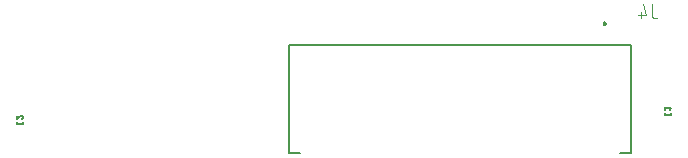
<source format=gbr>
G04 EAGLE Gerber X2 export*
%TF.Part,Single*%
%TF.FileFunction,Legend,Bot,1*%
%TF.FilePolarity,Positive*%
%TF.GenerationSoftware,Autodesk,EAGLE,9.1.3*%
%TF.CreationDate,2020-03-19T15:16:52Z*%
G75*
%MOMM*%
%FSLAX34Y34*%
%LPD*%
%AMOC8*
5,1,8,0,0,1.08239X$1,22.5*%
G01*
%ADD10C,0.127000*%
%ADD11C,0.101600*%
%ADD12C,0.200000*%


D10*
X355219Y709704D02*
X355219Y708632D01*
X355221Y708567D01*
X355227Y708503D01*
X355237Y708439D01*
X355250Y708375D01*
X355268Y708313D01*
X355289Y708252D01*
X355313Y708192D01*
X355342Y708134D01*
X355374Y708077D01*
X355409Y708023D01*
X355447Y707971D01*
X355489Y707921D01*
X355533Y707874D01*
X355580Y707830D01*
X355630Y707788D01*
X355682Y707750D01*
X355736Y707715D01*
X355793Y707683D01*
X355851Y707654D01*
X355911Y707630D01*
X355972Y707609D01*
X356034Y707591D01*
X356098Y707578D01*
X356162Y707568D01*
X356226Y707562D01*
X356291Y707560D01*
X356291Y707559D02*
X358973Y707559D01*
X358973Y707560D02*
X359038Y707562D01*
X359102Y707568D01*
X359166Y707578D01*
X359230Y707591D01*
X359292Y707609D01*
X359353Y707630D01*
X359413Y707654D01*
X359471Y707683D01*
X359528Y707715D01*
X359582Y707750D01*
X359634Y707788D01*
X359684Y707830D01*
X359731Y707874D01*
X359775Y707921D01*
X359817Y707971D01*
X359855Y708023D01*
X359890Y708077D01*
X359922Y708134D01*
X359951Y708192D01*
X359975Y708252D01*
X359996Y708313D01*
X360014Y708375D01*
X360027Y708439D01*
X360037Y708503D01*
X360043Y708567D01*
X360045Y708632D01*
X360045Y709704D01*
X360045Y713634D02*
X360043Y713702D01*
X360037Y713769D01*
X360028Y713836D01*
X360015Y713903D01*
X359998Y713968D01*
X359977Y714033D01*
X359953Y714096D01*
X359925Y714158D01*
X359894Y714218D01*
X359860Y714276D01*
X359822Y714332D01*
X359782Y714387D01*
X359738Y714438D01*
X359691Y714487D01*
X359642Y714534D01*
X359591Y714578D01*
X359536Y714618D01*
X359480Y714656D01*
X359422Y714690D01*
X359362Y714721D01*
X359300Y714749D01*
X359237Y714773D01*
X359172Y714794D01*
X359107Y714811D01*
X359040Y714824D01*
X358973Y714833D01*
X358906Y714839D01*
X358838Y714841D01*
X360045Y713634D02*
X360043Y713556D01*
X360037Y713478D01*
X360027Y713401D01*
X360014Y713324D01*
X359996Y713248D01*
X359975Y713173D01*
X359950Y713099D01*
X359921Y713027D01*
X359889Y712956D01*
X359853Y712887D01*
X359814Y712819D01*
X359771Y712754D01*
X359725Y712691D01*
X359676Y712630D01*
X359624Y712572D01*
X359569Y712517D01*
X359512Y712464D01*
X359452Y712415D01*
X359389Y712368D01*
X359324Y712325D01*
X359258Y712285D01*
X359189Y712248D01*
X359118Y712215D01*
X359046Y712185D01*
X358973Y712159D01*
X357900Y714439D02*
X357949Y714488D01*
X358001Y714535D01*
X358056Y714578D01*
X358113Y714619D01*
X358172Y714657D01*
X358233Y714691D01*
X358296Y714722D01*
X358360Y714750D01*
X358426Y714774D01*
X358492Y714794D01*
X358560Y714811D01*
X358629Y714824D01*
X358698Y714833D01*
X358768Y714839D01*
X358838Y714841D01*
X357900Y714439D02*
X355219Y712160D01*
X355219Y714841D01*
X903859Y716252D02*
X903859Y717324D01*
X903859Y716252D02*
X903861Y716187D01*
X903867Y716123D01*
X903877Y716059D01*
X903890Y715995D01*
X903908Y715933D01*
X903929Y715872D01*
X903953Y715812D01*
X903982Y715754D01*
X904014Y715697D01*
X904049Y715643D01*
X904087Y715591D01*
X904129Y715541D01*
X904173Y715494D01*
X904220Y715450D01*
X904270Y715408D01*
X904322Y715370D01*
X904376Y715335D01*
X904433Y715303D01*
X904491Y715274D01*
X904551Y715250D01*
X904612Y715229D01*
X904674Y715211D01*
X904738Y715198D01*
X904802Y715188D01*
X904866Y715182D01*
X904931Y715180D01*
X904931Y715179D02*
X907613Y715179D01*
X907613Y715180D02*
X907678Y715182D01*
X907742Y715188D01*
X907806Y715198D01*
X907870Y715211D01*
X907932Y715229D01*
X907993Y715250D01*
X908053Y715274D01*
X908111Y715303D01*
X908168Y715335D01*
X908222Y715370D01*
X908274Y715408D01*
X908324Y715450D01*
X908371Y715494D01*
X908415Y715541D01*
X908457Y715591D01*
X908495Y715643D01*
X908530Y715697D01*
X908562Y715754D01*
X908591Y715812D01*
X908615Y715872D01*
X908636Y715933D01*
X908654Y715995D01*
X908667Y716059D01*
X908677Y716123D01*
X908683Y716187D01*
X908685Y716252D01*
X908685Y717324D01*
X907613Y719780D02*
X908685Y721120D01*
X903859Y721120D01*
X903859Y719780D02*
X903859Y722461D01*
X875250Y682690D02*
X875250Y774690D01*
X585250Y774690D02*
X585250Y682690D01*
X585250Y774690D02*
X875250Y774690D01*
X594550Y682690D02*
X585250Y682690D01*
X865950Y682690D02*
X875250Y682690D01*
D11*
X892847Y799794D02*
X892847Y808882D01*
X892848Y799794D02*
X892850Y799695D01*
X892856Y799595D01*
X892865Y799496D01*
X892878Y799398D01*
X892895Y799300D01*
X892916Y799202D01*
X892941Y799106D01*
X892969Y799011D01*
X893001Y798917D01*
X893036Y798824D01*
X893075Y798732D01*
X893118Y798642D01*
X893163Y798554D01*
X893213Y798467D01*
X893265Y798383D01*
X893321Y798300D01*
X893379Y798220D01*
X893441Y798142D01*
X893506Y798067D01*
X893574Y797994D01*
X893644Y797924D01*
X893717Y797856D01*
X893792Y797791D01*
X893870Y797729D01*
X893950Y797671D01*
X894033Y797615D01*
X894117Y797563D01*
X894204Y797513D01*
X894292Y797468D01*
X894382Y797425D01*
X894474Y797386D01*
X894567Y797351D01*
X894661Y797319D01*
X894756Y797291D01*
X894852Y797266D01*
X894950Y797245D01*
X895048Y797228D01*
X895146Y797215D01*
X895245Y797206D01*
X895345Y797200D01*
X895444Y797198D01*
X896742Y797198D01*
X887574Y799794D02*
X884978Y808882D01*
X887574Y799794D02*
X881083Y799794D01*
X883030Y802391D02*
X883030Y797198D01*
D12*
X851750Y792690D02*
X851752Y792753D01*
X851758Y792815D01*
X851768Y792877D01*
X851781Y792939D01*
X851799Y792999D01*
X851820Y793058D01*
X851845Y793116D01*
X851874Y793172D01*
X851906Y793226D01*
X851941Y793278D01*
X851979Y793327D01*
X852021Y793375D01*
X852065Y793419D01*
X852113Y793461D01*
X852162Y793499D01*
X852214Y793534D01*
X852268Y793566D01*
X852324Y793595D01*
X852382Y793620D01*
X852441Y793641D01*
X852501Y793659D01*
X852563Y793672D01*
X852625Y793682D01*
X852687Y793688D01*
X852750Y793690D01*
X852813Y793688D01*
X852875Y793682D01*
X852937Y793672D01*
X852999Y793659D01*
X853059Y793641D01*
X853118Y793620D01*
X853176Y793595D01*
X853232Y793566D01*
X853286Y793534D01*
X853338Y793499D01*
X853387Y793461D01*
X853435Y793419D01*
X853479Y793375D01*
X853521Y793327D01*
X853559Y793278D01*
X853594Y793226D01*
X853626Y793172D01*
X853655Y793116D01*
X853680Y793058D01*
X853701Y792999D01*
X853719Y792939D01*
X853732Y792877D01*
X853742Y792815D01*
X853748Y792753D01*
X853750Y792690D01*
X853748Y792627D01*
X853742Y792565D01*
X853732Y792503D01*
X853719Y792441D01*
X853701Y792381D01*
X853680Y792322D01*
X853655Y792264D01*
X853626Y792208D01*
X853594Y792154D01*
X853559Y792102D01*
X853521Y792053D01*
X853479Y792005D01*
X853435Y791961D01*
X853387Y791919D01*
X853338Y791881D01*
X853286Y791846D01*
X853232Y791814D01*
X853176Y791785D01*
X853118Y791760D01*
X853059Y791739D01*
X852999Y791721D01*
X852937Y791708D01*
X852875Y791698D01*
X852813Y791692D01*
X852750Y791690D01*
X852687Y791692D01*
X852625Y791698D01*
X852563Y791708D01*
X852501Y791721D01*
X852441Y791739D01*
X852382Y791760D01*
X852324Y791785D01*
X852268Y791814D01*
X852214Y791846D01*
X852162Y791881D01*
X852113Y791919D01*
X852065Y791961D01*
X852021Y792005D01*
X851979Y792053D01*
X851941Y792102D01*
X851906Y792154D01*
X851874Y792208D01*
X851845Y792264D01*
X851820Y792322D01*
X851799Y792381D01*
X851781Y792441D01*
X851768Y792503D01*
X851758Y792565D01*
X851752Y792627D01*
X851750Y792690D01*
M02*

</source>
